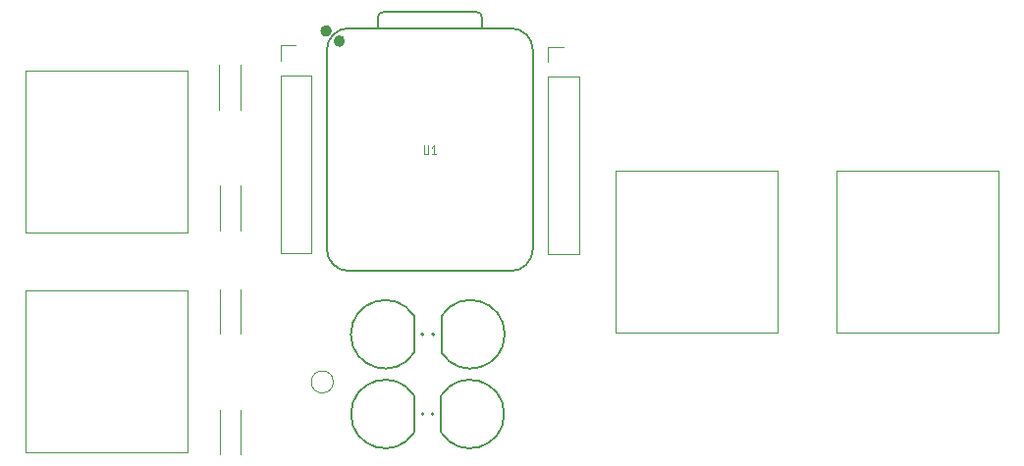
<source format=gbr>
%TF.GenerationSoftware,KiCad,Pcbnew,9.0.3*%
%TF.CreationDate,2025-07-31T20:43:01+07:00*%
%TF.ProjectId,DIY Gamepad,44495920-4761-46d6-9570-61642e6b6963,rev?*%
%TF.SameCoordinates,Original*%
%TF.FileFunction,Legend,Top*%
%TF.FilePolarity,Positive*%
%FSLAX46Y46*%
G04 Gerber Fmt 4.6, Leading zero omitted, Abs format (unit mm)*
G04 Created by KiCad (PCBNEW 9.0.3) date 2025-07-31 20:43:01*
%MOMM*%
%LPD*%
G01*
G04 APERTURE LIST*
%ADD10C,0.101600*%
%ADD11C,0.120000*%
%ADD12C,0.127000*%
%ADD13C,0.200000*%
%ADD14C,0.100000*%
%ADD15C,0.504000*%
G04 APERTURE END LIST*
D10*
X146476590Y-92455111D02*
X146476590Y-93102730D01*
X146476590Y-93102730D02*
X146506828Y-93178920D01*
X146506828Y-93178920D02*
X146537066Y-93217016D01*
X146537066Y-93217016D02*
X146597542Y-93255111D01*
X146597542Y-93255111D02*
X146718495Y-93255111D01*
X146718495Y-93255111D02*
X146778971Y-93217016D01*
X146778971Y-93217016D02*
X146809209Y-93178920D01*
X146809209Y-93178920D02*
X146839447Y-93102730D01*
X146839447Y-93102730D02*
X146839447Y-92455111D01*
X147474447Y-93255111D02*
X147111590Y-93255111D01*
X147293018Y-93255111D02*
X147293018Y-92455111D01*
X147293018Y-92455111D02*
X147232542Y-92569396D01*
X147232542Y-92569396D02*
X147172066Y-92645587D01*
X147172066Y-92645587D02*
X147111590Y-92683682D01*
D11*
%TO.C,R2*%
X128824973Y-99780300D02*
X128824973Y-95940300D01*
X130664973Y-99780300D02*
X130664973Y-95940300D01*
%TO.C,R1*%
X128809973Y-89380300D02*
X128809973Y-85540300D01*
X130649973Y-89380300D02*
X130649973Y-85540300D01*
%TO.C,SW4*%
X182063723Y-94615300D02*
X196033723Y-94615300D01*
X182063723Y-108585300D02*
X182063723Y-94615300D01*
X196033723Y-94615300D02*
X196033723Y-108585300D01*
X196033723Y-108585300D02*
X182063723Y-108585300D01*
%TO.C,R3*%
X128824973Y-108730300D02*
X128824973Y-104890300D01*
X130664973Y-108730300D02*
X130664973Y-104890300D01*
D12*
%TO.C,D4*%
X147912900Y-114084300D02*
X147912900Y-117216300D01*
X147912900Y-114084300D02*
G75*
G02*
X147912900Y-117216300I2506124J-1566000D01*
G01*
D13*
X147312900Y-115650300D02*
G75*
G02*
X147112900Y-115650300I-100000J0D01*
G01*
X147112900Y-115650300D02*
G75*
G02*
X147312900Y-115650300I100000J0D01*
G01*
D11*
%TO.C,R4*%
X128824973Y-119120300D02*
X128824973Y-115280300D01*
X130664973Y-119120300D02*
X130664973Y-115280300D01*
D12*
%TO.C,U1*%
X138070400Y-101399300D02*
X138070400Y-84254300D01*
X139975400Y-103304300D02*
X153945400Y-103304300D01*
X142465400Y-82349300D02*
X142469128Y-81439028D01*
X142969128Y-80939300D02*
X150964400Y-80939300D01*
X151464400Y-81439300D02*
X151464400Y-82349300D01*
D14*
X153945400Y-82349300D02*
X139975400Y-82349300D01*
D12*
X153945400Y-82349300D02*
X139975400Y-82349300D01*
X155850400Y-101399300D02*
X155850400Y-84254300D01*
X138070400Y-84254300D02*
G75*
G02*
X139975400Y-82349300I1905001J-1D01*
G01*
X139975400Y-103304300D02*
G75*
G02*
X138070400Y-101399300I1J1905001D01*
G01*
X142469128Y-81439028D02*
G75*
G02*
X142969128Y-80939301I500018J-291D01*
G01*
X150964400Y-80939300D02*
G75*
G02*
X151464400Y-81439300I0J-500000D01*
G01*
X153945400Y-82349300D02*
G75*
G02*
X155850400Y-84254300I0J-1905000D01*
G01*
X155850400Y-101399300D02*
G75*
G02*
X153945400Y-103304300I-1905000J0D01*
G01*
D15*
X138262400Y-82590300D02*
G75*
G02*
X137758400Y-82590300I-252000J0D01*
G01*
X137758400Y-82590300D02*
G75*
G02*
X138262400Y-82590300I252000J0D01*
G01*
X139405400Y-83470300D02*
G75*
G02*
X138901400Y-83470300I-252000J0D01*
G01*
X138901400Y-83470300D02*
G75*
G02*
X139405400Y-83470300I252000J0D01*
G01*
D12*
%TO.C,D1*%
X145609973Y-110336300D02*
X145609973Y-107204300D01*
X145609973Y-110336300D02*
G75*
G02*
X145609973Y-107204300I-2506124J1566000D01*
G01*
D13*
X146409973Y-108770300D02*
G75*
G02*
X146209973Y-108770300I-100000J0D01*
G01*
X146209973Y-108770300D02*
G75*
G02*
X146409973Y-108770300I100000J0D01*
G01*
D12*
%TO.C,D2*%
X147959973Y-107204300D02*
X147959973Y-110336300D01*
X147959973Y-107204300D02*
G75*
G02*
X147959973Y-110336300I2506124J-1566000D01*
G01*
D13*
X147359973Y-108770300D02*
G75*
G02*
X147159973Y-108770300I-100000J0D01*
G01*
X147159973Y-108770300D02*
G75*
G02*
X147359973Y-108770300I100000J0D01*
G01*
D11*
%TO.C,SW2*%
X162996223Y-94615300D02*
X176966223Y-94615300D01*
X162996223Y-108585300D02*
X162996223Y-94615300D01*
X176966223Y-94615300D02*
X176966223Y-108585300D01*
X176966223Y-108585300D02*
X162996223Y-108585300D01*
%TO.C,J3*%
X138639973Y-112880300D02*
G75*
G02*
X136739973Y-112880300I-950000J0D01*
G01*
X136739973Y-112880300D02*
G75*
G02*
X138639973Y-112880300I950000J0D01*
G01*
%TO.C,J1*%
X134085400Y-83840300D02*
X135415400Y-83840300D01*
X134085400Y-85170300D02*
X134085400Y-83840300D01*
X134085400Y-86440300D02*
X134085400Y-101740300D01*
X134085400Y-86440300D02*
X136745400Y-86440300D01*
X134085400Y-101740300D02*
X136745400Y-101740300D01*
X136745400Y-86440300D02*
X136745400Y-101740300D01*
%TO.C,J2*%
X157160400Y-83950300D02*
X158490400Y-83950300D01*
X157160400Y-85280300D02*
X157160400Y-83950300D01*
X157160400Y-86550300D02*
X157160400Y-101850300D01*
X157160400Y-86550300D02*
X159820400Y-86550300D01*
X157160400Y-101850300D02*
X159820400Y-101850300D01*
X159820400Y-86550300D02*
X159820400Y-101850300D01*
%TO.C,SW1*%
X112055337Y-86003163D02*
X126025337Y-86003163D01*
X112055337Y-99973163D02*
X112055337Y-86003163D01*
X126025337Y-86003163D02*
X126025337Y-99973163D01*
X126025337Y-99973163D02*
X112055337Y-99973163D01*
D12*
%TO.C,D3*%
X145619973Y-117216300D02*
X145619973Y-114084300D01*
X145619973Y-117216300D02*
G75*
G02*
X145619973Y-114084300I-2506124J1566000D01*
G01*
D13*
X146419973Y-115650300D02*
G75*
G02*
X146219973Y-115650300I-100000J0D01*
G01*
X146219973Y-115650300D02*
G75*
G02*
X146419973Y-115650300I100000J0D01*
G01*
D11*
%TO.C,SW3*%
X112055337Y-105003163D02*
X126025337Y-105003163D01*
X112055337Y-118973163D02*
X112055337Y-105003163D01*
X126025337Y-105003163D02*
X126025337Y-118973163D01*
X126025337Y-118973163D02*
X112055337Y-118973163D01*
%TD*%
M02*

</source>
